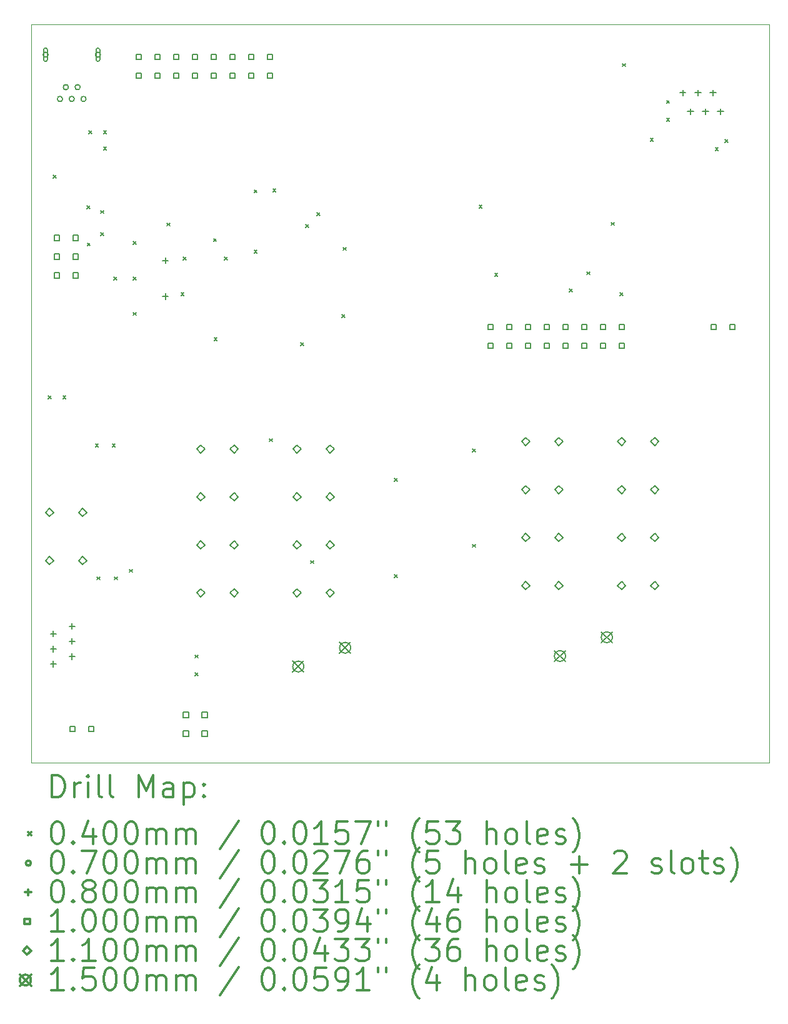
<source format=gbr>
%FSLAX45Y45*%
G04 Gerber Fmt 4.5, Leading zero omitted, Abs format (unit mm)*
G04 Created by KiCad (PCBNEW 5.1.10-1.fc34) date 2021-06-27 19:24:31*
%MOMM*%
%LPD*%
G01*
G04 APERTURE LIST*
%TA.AperFunction,Profile*%
%ADD10C,0.050000*%
%TD*%
%ADD11C,0.200000*%
%ADD12C,0.300000*%
G04 APERTURE END LIST*
D10*
X7000000Y-15500000D02*
X7000000Y-5500000D01*
X17000000Y-15500000D02*
X7000000Y-15500000D01*
X17000000Y-5500000D02*
X17000000Y-15500000D01*
X7000000Y-5500000D02*
X17000000Y-5500000D01*
D11*
X7230000Y-10530000D02*
X7270000Y-10570000D01*
X7270000Y-10530000D02*
X7230000Y-10570000D01*
X7300000Y-7540000D02*
X7340000Y-7580000D01*
X7340000Y-7540000D02*
X7300000Y-7580000D01*
X7430000Y-10530000D02*
X7470000Y-10570000D01*
X7470000Y-10530000D02*
X7430000Y-10570000D01*
X7756996Y-7956996D02*
X7796996Y-7996996D01*
X7796996Y-7956996D02*
X7756996Y-7996996D01*
X7760000Y-8460000D02*
X7800000Y-8500000D01*
X7800000Y-8460000D02*
X7760000Y-8500000D01*
X7780000Y-6940000D02*
X7820000Y-6980000D01*
X7820000Y-6940000D02*
X7780000Y-6980000D01*
X7870000Y-11180000D02*
X7910000Y-11220000D01*
X7910000Y-11180000D02*
X7870000Y-11220000D01*
X7890000Y-12980000D02*
X7930000Y-13020000D01*
X7930000Y-12980000D02*
X7890000Y-13020000D01*
X7940000Y-8020000D02*
X7980000Y-8060000D01*
X7980000Y-8020000D02*
X7940000Y-8060000D01*
X7940000Y-8320000D02*
X7980000Y-8360000D01*
X7980000Y-8320000D02*
X7940000Y-8360000D01*
X7980000Y-6940000D02*
X8020000Y-6980000D01*
X8020000Y-6940000D02*
X7980000Y-6980000D01*
X7980000Y-7160000D02*
X8020000Y-7200000D01*
X8020000Y-7160000D02*
X7980000Y-7200000D01*
X8099999Y-11180000D02*
X8139999Y-11220000D01*
X8139999Y-11180000D02*
X8099999Y-11220000D01*
X8120000Y-8920000D02*
X8160000Y-8960000D01*
X8160000Y-8920000D02*
X8120000Y-8960000D01*
X8130001Y-12980000D02*
X8170001Y-13020000D01*
X8170001Y-12980000D02*
X8130001Y-13020000D01*
X8329998Y-12880000D02*
X8369998Y-12920000D01*
X8369998Y-12880000D02*
X8329998Y-12920000D01*
X8380000Y-8440000D02*
X8420000Y-8480000D01*
X8420000Y-8440000D02*
X8380000Y-8480000D01*
X8380000Y-8920000D02*
X8420000Y-8960000D01*
X8420000Y-8920000D02*
X8380000Y-8960000D01*
X8380000Y-9400000D02*
X8420000Y-9440000D01*
X8420000Y-9400000D02*
X8380000Y-9440000D01*
X8840000Y-8190000D02*
X8880000Y-8230000D01*
X8880000Y-8190000D02*
X8840000Y-8230000D01*
X9030000Y-9130000D02*
X9070000Y-9170000D01*
X9070000Y-9130000D02*
X9030000Y-9170000D01*
X9060000Y-8650000D02*
X9100000Y-8690000D01*
X9100000Y-8650000D02*
X9060000Y-8690000D01*
X9220000Y-14040000D02*
X9260000Y-14080000D01*
X9260000Y-14040000D02*
X9220000Y-14080000D01*
X9220000Y-14280000D02*
X9260000Y-14320000D01*
X9260000Y-14280000D02*
X9220000Y-14320000D01*
X9470000Y-8400000D02*
X9510000Y-8440000D01*
X9510000Y-8400000D02*
X9470000Y-8440000D01*
X9480000Y-9740000D02*
X9520000Y-9780000D01*
X9520000Y-9740000D02*
X9480000Y-9780000D01*
X9620000Y-8650000D02*
X9660000Y-8690000D01*
X9660000Y-8650000D02*
X9620000Y-8690000D01*
X10020000Y-7740000D02*
X10060000Y-7780000D01*
X10060000Y-7740000D02*
X10020000Y-7780000D01*
X10020000Y-8560000D02*
X10060000Y-8600000D01*
X10060000Y-8560000D02*
X10020000Y-8600000D01*
X10230000Y-11110000D02*
X10270000Y-11150000D01*
X10270000Y-11110000D02*
X10230000Y-11150000D01*
X10275000Y-7725000D02*
X10315000Y-7765000D01*
X10315000Y-7725000D02*
X10275000Y-7765000D01*
X10650000Y-9810000D02*
X10690000Y-9850000D01*
X10690000Y-9810000D02*
X10650000Y-9850000D01*
X10720000Y-8210000D02*
X10760000Y-8250000D01*
X10760000Y-8210000D02*
X10720000Y-8250000D01*
X10790000Y-12760000D02*
X10830000Y-12800000D01*
X10830000Y-12760000D02*
X10790000Y-12800000D01*
X10870000Y-8050000D02*
X10910000Y-8090000D01*
X10910000Y-8050000D02*
X10870000Y-8090000D01*
X11210000Y-9430000D02*
X11250000Y-9470000D01*
X11250000Y-9430000D02*
X11210000Y-9470000D01*
X11229998Y-8520000D02*
X11269998Y-8560000D01*
X11269998Y-8520000D02*
X11229998Y-8560000D01*
X11920000Y-11650000D02*
X11960000Y-11690000D01*
X11960000Y-11650000D02*
X11920000Y-11690000D01*
X11920000Y-12950000D02*
X11960000Y-12990000D01*
X11960000Y-12950000D02*
X11920000Y-12990000D01*
X12980000Y-11250000D02*
X13020000Y-11290000D01*
X13020000Y-11250000D02*
X12980000Y-11290000D01*
X12980000Y-12540000D02*
X13020000Y-12580000D01*
X13020000Y-12540000D02*
X12980000Y-12580000D01*
X13070000Y-7950000D02*
X13110000Y-7990000D01*
X13110000Y-7950000D02*
X13070000Y-7990000D01*
X13280000Y-8870000D02*
X13320000Y-8910000D01*
X13320000Y-8870000D02*
X13280000Y-8910000D01*
X14295000Y-9085000D02*
X14335000Y-9125000D01*
X14335000Y-9085000D02*
X14295000Y-9125000D01*
X14530000Y-8850000D02*
X14570000Y-8890000D01*
X14570000Y-8850000D02*
X14530000Y-8890000D01*
X14860000Y-8180000D02*
X14900000Y-8220000D01*
X14900000Y-8180000D02*
X14860000Y-8220000D01*
X14980000Y-9130000D02*
X15020000Y-9170000D01*
X15020000Y-9130000D02*
X14980000Y-9170000D01*
X15010000Y-6030000D02*
X15050000Y-6070000D01*
X15050000Y-6030000D02*
X15010000Y-6070000D01*
X15390000Y-7040000D02*
X15430000Y-7080000D01*
X15430000Y-7040000D02*
X15390000Y-7080000D01*
X15610000Y-6530000D02*
X15650000Y-6570000D01*
X15650000Y-6530000D02*
X15610000Y-6570000D01*
X15610000Y-6770000D02*
X15650000Y-6810000D01*
X15650000Y-6770000D02*
X15610000Y-6810000D01*
X16270000Y-7170000D02*
X16310000Y-7210000D01*
X16310000Y-7170000D02*
X16270000Y-7210000D01*
X16400000Y-7060000D02*
X16440000Y-7100000D01*
X16440000Y-7060000D02*
X16400000Y-7100000D01*
X7230000Y-5910000D02*
G75*
G03*
X7230000Y-5910000I-35000J0D01*
G01*
X7170000Y-5845000D02*
X7170000Y-5975000D01*
X7220000Y-5845000D02*
X7220000Y-5975000D01*
X7170000Y-5975000D02*
G75*
G03*
X7220000Y-5975000I25000J0D01*
G01*
X7220000Y-5845000D02*
G75*
G03*
X7170000Y-5845000I-25000J0D01*
G01*
X7425000Y-6510000D02*
G75*
G03*
X7425000Y-6510000I-35000J0D01*
G01*
X7505000Y-6350000D02*
G75*
G03*
X7505000Y-6350000I-35000J0D01*
G01*
X7585000Y-6510000D02*
G75*
G03*
X7585000Y-6510000I-35000J0D01*
G01*
X7665000Y-6350000D02*
G75*
G03*
X7665000Y-6350000I-35000J0D01*
G01*
X7745000Y-6510000D02*
G75*
G03*
X7745000Y-6510000I-35000J0D01*
G01*
X7940000Y-5910000D02*
G75*
G03*
X7940000Y-5910000I-35000J0D01*
G01*
X7880000Y-5845000D02*
X7880000Y-5975000D01*
X7930000Y-5845000D02*
X7930000Y-5975000D01*
X7880000Y-5975000D02*
G75*
G03*
X7930000Y-5975000I25000J0D01*
G01*
X7930000Y-5845000D02*
G75*
G03*
X7880000Y-5845000I-25000J0D01*
G01*
X7300000Y-13712000D02*
X7300000Y-13792000D01*
X7260000Y-13752000D02*
X7340000Y-13752000D01*
X7300000Y-13916000D02*
X7300000Y-13996000D01*
X7260000Y-13956000D02*
X7340000Y-13956000D01*
X7300000Y-14120000D02*
X7300000Y-14200000D01*
X7260000Y-14160000D02*
X7340000Y-14160000D01*
X7554000Y-13610000D02*
X7554000Y-13690000D01*
X7514000Y-13650000D02*
X7594000Y-13650000D01*
X7554000Y-13814000D02*
X7554000Y-13894000D01*
X7514000Y-13854000D02*
X7594000Y-13854000D01*
X7554000Y-14018000D02*
X7554000Y-14098000D01*
X7514000Y-14058000D02*
X7594000Y-14058000D01*
X8819000Y-8656000D02*
X8819000Y-8736000D01*
X8779000Y-8696000D02*
X8859000Y-8696000D01*
X8819000Y-9144000D02*
X8819000Y-9224000D01*
X8779000Y-9184000D02*
X8859000Y-9184000D01*
X15830000Y-6386000D02*
X15830000Y-6466000D01*
X15790000Y-6426000D02*
X15870000Y-6426000D01*
X15932000Y-6640000D02*
X15932000Y-6720000D01*
X15892000Y-6680000D02*
X15972000Y-6680000D01*
X16034000Y-6386000D02*
X16034000Y-6466000D01*
X15994000Y-6426000D02*
X16074000Y-6426000D01*
X16136000Y-6640000D02*
X16136000Y-6720000D01*
X16096000Y-6680000D02*
X16176000Y-6680000D01*
X16238000Y-6386000D02*
X16238000Y-6466000D01*
X16198000Y-6426000D02*
X16278000Y-6426000D01*
X16340000Y-6640000D02*
X16340000Y-6720000D01*
X16300000Y-6680000D02*
X16380000Y-6680000D01*
X7381356Y-8427356D02*
X7381356Y-8356644D01*
X7310644Y-8356644D01*
X7310644Y-8427356D01*
X7381356Y-8427356D01*
X7381356Y-8681356D02*
X7381356Y-8610644D01*
X7310644Y-8610644D01*
X7310644Y-8681356D01*
X7381356Y-8681356D01*
X7381356Y-8935356D02*
X7381356Y-8864644D01*
X7310644Y-8864644D01*
X7310644Y-8935356D01*
X7381356Y-8935356D01*
X7595356Y-15075356D02*
X7595356Y-15004644D01*
X7524644Y-15004644D01*
X7524644Y-15075356D01*
X7595356Y-15075356D01*
X7635356Y-8427356D02*
X7635356Y-8356644D01*
X7564644Y-8356644D01*
X7564644Y-8427356D01*
X7635356Y-8427356D01*
X7635356Y-8681356D02*
X7635356Y-8610644D01*
X7564644Y-8610644D01*
X7564644Y-8681356D01*
X7635356Y-8681356D01*
X7635356Y-8935356D02*
X7635356Y-8864644D01*
X7564644Y-8864644D01*
X7564644Y-8935356D01*
X7635356Y-8935356D01*
X7849356Y-15075356D02*
X7849356Y-15004644D01*
X7778644Y-15004644D01*
X7778644Y-15075356D01*
X7849356Y-15075356D01*
X8495356Y-5975356D02*
X8495356Y-5904644D01*
X8424644Y-5904644D01*
X8424644Y-5975356D01*
X8495356Y-5975356D01*
X8495356Y-6229356D02*
X8495356Y-6158644D01*
X8424644Y-6158644D01*
X8424644Y-6229356D01*
X8495356Y-6229356D01*
X8749356Y-5975356D02*
X8749356Y-5904644D01*
X8678644Y-5904644D01*
X8678644Y-5975356D01*
X8749356Y-5975356D01*
X8749356Y-6229356D02*
X8749356Y-6158644D01*
X8678644Y-6158644D01*
X8678644Y-6229356D01*
X8749356Y-6229356D01*
X9003356Y-5975356D02*
X9003356Y-5904644D01*
X8932644Y-5904644D01*
X8932644Y-5975356D01*
X9003356Y-5975356D01*
X9003356Y-6229356D02*
X9003356Y-6158644D01*
X8932644Y-6158644D01*
X8932644Y-6229356D01*
X9003356Y-6229356D01*
X9131356Y-14885356D02*
X9131356Y-14814644D01*
X9060644Y-14814644D01*
X9060644Y-14885356D01*
X9131356Y-14885356D01*
X9131356Y-15139356D02*
X9131356Y-15068644D01*
X9060644Y-15068644D01*
X9060644Y-15139356D01*
X9131356Y-15139356D01*
X9257356Y-5975356D02*
X9257356Y-5904644D01*
X9186644Y-5904644D01*
X9186644Y-5975356D01*
X9257356Y-5975356D01*
X9257356Y-6229356D02*
X9257356Y-6158644D01*
X9186644Y-6158644D01*
X9186644Y-6229356D01*
X9257356Y-6229356D01*
X9385356Y-14885356D02*
X9385356Y-14814644D01*
X9314644Y-14814644D01*
X9314644Y-14885356D01*
X9385356Y-14885356D01*
X9385356Y-15139356D02*
X9385356Y-15068644D01*
X9314644Y-15068644D01*
X9314644Y-15139356D01*
X9385356Y-15139356D01*
X9511356Y-5975356D02*
X9511356Y-5904644D01*
X9440644Y-5904644D01*
X9440644Y-5975356D01*
X9511356Y-5975356D01*
X9511356Y-6229356D02*
X9511356Y-6158644D01*
X9440644Y-6158644D01*
X9440644Y-6229356D01*
X9511356Y-6229356D01*
X9765356Y-5975356D02*
X9765356Y-5904644D01*
X9694644Y-5904644D01*
X9694644Y-5975356D01*
X9765356Y-5975356D01*
X9765356Y-6229356D02*
X9765356Y-6158644D01*
X9694644Y-6158644D01*
X9694644Y-6229356D01*
X9765356Y-6229356D01*
X10019356Y-5975356D02*
X10019356Y-5904644D01*
X9948644Y-5904644D01*
X9948644Y-5975356D01*
X10019356Y-5975356D01*
X10019356Y-6229356D02*
X10019356Y-6158644D01*
X9948644Y-6158644D01*
X9948644Y-6229356D01*
X10019356Y-6229356D01*
X10273356Y-5975356D02*
X10273356Y-5904644D01*
X10202644Y-5904644D01*
X10202644Y-5975356D01*
X10273356Y-5975356D01*
X10273356Y-6229356D02*
X10273356Y-6158644D01*
X10202644Y-6158644D01*
X10202644Y-6229356D01*
X10273356Y-6229356D01*
X13257356Y-9631356D02*
X13257356Y-9560644D01*
X13186644Y-9560644D01*
X13186644Y-9631356D01*
X13257356Y-9631356D01*
X13257356Y-9885356D02*
X13257356Y-9814644D01*
X13186644Y-9814644D01*
X13186644Y-9885356D01*
X13257356Y-9885356D01*
X13511356Y-9631356D02*
X13511356Y-9560644D01*
X13440644Y-9560644D01*
X13440644Y-9631356D01*
X13511356Y-9631356D01*
X13511356Y-9885356D02*
X13511356Y-9814644D01*
X13440644Y-9814644D01*
X13440644Y-9885356D01*
X13511356Y-9885356D01*
X13765356Y-9631356D02*
X13765356Y-9560644D01*
X13694644Y-9560644D01*
X13694644Y-9631356D01*
X13765356Y-9631356D01*
X13765356Y-9885356D02*
X13765356Y-9814644D01*
X13694644Y-9814644D01*
X13694644Y-9885356D01*
X13765356Y-9885356D01*
X14019356Y-9631356D02*
X14019356Y-9560644D01*
X13948644Y-9560644D01*
X13948644Y-9631356D01*
X14019356Y-9631356D01*
X14019356Y-9885356D02*
X14019356Y-9814644D01*
X13948644Y-9814644D01*
X13948644Y-9885356D01*
X14019356Y-9885356D01*
X14273356Y-9631356D02*
X14273356Y-9560644D01*
X14202644Y-9560644D01*
X14202644Y-9631356D01*
X14273356Y-9631356D01*
X14273356Y-9885356D02*
X14273356Y-9814644D01*
X14202644Y-9814644D01*
X14202644Y-9885356D01*
X14273356Y-9885356D01*
X14527356Y-9631356D02*
X14527356Y-9560644D01*
X14456644Y-9560644D01*
X14456644Y-9631356D01*
X14527356Y-9631356D01*
X14527356Y-9885356D02*
X14527356Y-9814644D01*
X14456644Y-9814644D01*
X14456644Y-9885356D01*
X14527356Y-9885356D01*
X14781356Y-9631356D02*
X14781356Y-9560644D01*
X14710644Y-9560644D01*
X14710644Y-9631356D01*
X14781356Y-9631356D01*
X14781356Y-9885356D02*
X14781356Y-9814644D01*
X14710644Y-9814644D01*
X14710644Y-9885356D01*
X14781356Y-9885356D01*
X15035356Y-9631356D02*
X15035356Y-9560644D01*
X14964644Y-9560644D01*
X14964644Y-9631356D01*
X15035356Y-9631356D01*
X15035356Y-9885356D02*
X15035356Y-9814644D01*
X14964644Y-9814644D01*
X14964644Y-9885356D01*
X15035356Y-9885356D01*
X16281356Y-9635356D02*
X16281356Y-9564644D01*
X16210644Y-9564644D01*
X16210644Y-9635356D01*
X16281356Y-9635356D01*
X16535356Y-9635356D02*
X16535356Y-9564644D01*
X16464644Y-9564644D01*
X16464644Y-9635356D01*
X16535356Y-9635356D01*
X7250000Y-12165000D02*
X7305000Y-12110000D01*
X7250000Y-12055000D01*
X7195000Y-12110000D01*
X7250000Y-12165000D01*
X7250000Y-12815000D02*
X7305000Y-12760000D01*
X7250000Y-12705000D01*
X7195000Y-12760000D01*
X7250000Y-12815000D01*
X7700000Y-12165000D02*
X7755000Y-12110000D01*
X7700000Y-12055000D01*
X7645000Y-12110000D01*
X7700000Y-12165000D01*
X7700000Y-12815000D02*
X7755000Y-12760000D01*
X7700000Y-12705000D01*
X7645000Y-12760000D01*
X7700000Y-12815000D01*
X9300000Y-11305000D02*
X9355000Y-11250000D01*
X9300000Y-11195000D01*
X9245000Y-11250000D01*
X9300000Y-11305000D01*
X9300000Y-11955000D02*
X9355000Y-11900000D01*
X9300000Y-11845000D01*
X9245000Y-11900000D01*
X9300000Y-11955000D01*
X9300000Y-12605000D02*
X9355000Y-12550000D01*
X9300000Y-12495000D01*
X9245000Y-12550000D01*
X9300000Y-12605000D01*
X9300000Y-13255000D02*
X9355000Y-13200000D01*
X9300000Y-13145000D01*
X9245000Y-13200000D01*
X9300000Y-13255000D01*
X9750000Y-11305000D02*
X9805000Y-11250000D01*
X9750000Y-11195000D01*
X9695000Y-11250000D01*
X9750000Y-11305000D01*
X9750000Y-11955000D02*
X9805000Y-11900000D01*
X9750000Y-11845000D01*
X9695000Y-11900000D01*
X9750000Y-11955000D01*
X9750000Y-12605000D02*
X9805000Y-12550000D01*
X9750000Y-12495000D01*
X9695000Y-12550000D01*
X9750000Y-12605000D01*
X9750000Y-13255000D02*
X9805000Y-13200000D01*
X9750000Y-13145000D01*
X9695000Y-13200000D01*
X9750000Y-13255000D01*
X10600000Y-11305000D02*
X10655000Y-11250000D01*
X10600000Y-11195000D01*
X10545000Y-11250000D01*
X10600000Y-11305000D01*
X10600000Y-11955000D02*
X10655000Y-11900000D01*
X10600000Y-11845000D01*
X10545000Y-11900000D01*
X10600000Y-11955000D01*
X10600000Y-12605000D02*
X10655000Y-12550000D01*
X10600000Y-12495000D01*
X10545000Y-12550000D01*
X10600000Y-12605000D01*
X10600000Y-13255000D02*
X10655000Y-13200000D01*
X10600000Y-13145000D01*
X10545000Y-13200000D01*
X10600000Y-13255000D01*
X11050000Y-11305000D02*
X11105000Y-11250000D01*
X11050000Y-11195000D01*
X10995000Y-11250000D01*
X11050000Y-11305000D01*
X11050000Y-11955000D02*
X11105000Y-11900000D01*
X11050000Y-11845000D01*
X10995000Y-11900000D01*
X11050000Y-11955000D01*
X11050000Y-12605000D02*
X11105000Y-12550000D01*
X11050000Y-12495000D01*
X10995000Y-12550000D01*
X11050000Y-12605000D01*
X11050000Y-13255000D02*
X11105000Y-13200000D01*
X11050000Y-13145000D01*
X10995000Y-13200000D01*
X11050000Y-13255000D01*
X13700000Y-11205000D02*
X13755000Y-11150000D01*
X13700000Y-11095000D01*
X13645000Y-11150000D01*
X13700000Y-11205000D01*
X13700000Y-11855000D02*
X13755000Y-11800000D01*
X13700000Y-11745000D01*
X13645000Y-11800000D01*
X13700000Y-11855000D01*
X13700000Y-12505000D02*
X13755000Y-12450000D01*
X13700000Y-12395000D01*
X13645000Y-12450000D01*
X13700000Y-12505000D01*
X13700000Y-13155000D02*
X13755000Y-13100000D01*
X13700000Y-13045000D01*
X13645000Y-13100000D01*
X13700000Y-13155000D01*
X14150000Y-11205000D02*
X14205000Y-11150000D01*
X14150000Y-11095000D01*
X14095000Y-11150000D01*
X14150000Y-11205000D01*
X14150000Y-11855000D02*
X14205000Y-11800000D01*
X14150000Y-11745000D01*
X14095000Y-11800000D01*
X14150000Y-11855000D01*
X14150000Y-12505000D02*
X14205000Y-12450000D01*
X14150000Y-12395000D01*
X14095000Y-12450000D01*
X14150000Y-12505000D01*
X14150000Y-13155000D02*
X14205000Y-13100000D01*
X14150000Y-13045000D01*
X14095000Y-13100000D01*
X14150000Y-13155000D01*
X15000000Y-11205000D02*
X15055000Y-11150000D01*
X15000000Y-11095000D01*
X14945000Y-11150000D01*
X15000000Y-11205000D01*
X15000000Y-11855000D02*
X15055000Y-11800000D01*
X15000000Y-11745000D01*
X14945000Y-11800000D01*
X15000000Y-11855000D01*
X15000000Y-12505000D02*
X15055000Y-12450000D01*
X15000000Y-12395000D01*
X14945000Y-12450000D01*
X15000000Y-12505000D01*
X15000000Y-13155000D02*
X15055000Y-13100000D01*
X15000000Y-13045000D01*
X14945000Y-13100000D01*
X15000000Y-13155000D01*
X15450000Y-11205000D02*
X15505000Y-11150000D01*
X15450000Y-11095000D01*
X15395000Y-11150000D01*
X15450000Y-11205000D01*
X15450000Y-11855000D02*
X15505000Y-11800000D01*
X15450000Y-11745000D01*
X15395000Y-11800000D01*
X15450000Y-11855000D01*
X15450000Y-12505000D02*
X15505000Y-12450000D01*
X15450000Y-12395000D01*
X15395000Y-12450000D01*
X15450000Y-12505000D01*
X15450000Y-13155000D02*
X15505000Y-13100000D01*
X15450000Y-13045000D01*
X15395000Y-13100000D01*
X15450000Y-13155000D01*
X10544000Y-14121000D02*
X10694000Y-14271000D01*
X10694000Y-14121000D02*
X10544000Y-14271000D01*
X10694000Y-14196000D02*
G75*
G03*
X10694000Y-14196000I-75000J0D01*
G01*
X11179000Y-13867000D02*
X11329000Y-14017000D01*
X11329000Y-13867000D02*
X11179000Y-14017000D01*
X11329000Y-13942000D02*
G75*
G03*
X11329000Y-13942000I-75000J0D01*
G01*
X14090000Y-13979000D02*
X14240000Y-14129000D01*
X14240000Y-13979000D02*
X14090000Y-14129000D01*
X14240000Y-14054000D02*
G75*
G03*
X14240000Y-14054000I-75000J0D01*
G01*
X14725000Y-13725000D02*
X14875000Y-13875000D01*
X14875000Y-13725000D02*
X14725000Y-13875000D01*
X14875000Y-13800000D02*
G75*
G03*
X14875000Y-13800000I-75000J0D01*
G01*
D12*
X7283928Y-15968214D02*
X7283928Y-15668214D01*
X7355357Y-15668214D01*
X7398214Y-15682500D01*
X7426786Y-15711071D01*
X7441071Y-15739643D01*
X7455357Y-15796786D01*
X7455357Y-15839643D01*
X7441071Y-15896786D01*
X7426786Y-15925357D01*
X7398214Y-15953929D01*
X7355357Y-15968214D01*
X7283928Y-15968214D01*
X7583928Y-15968214D02*
X7583928Y-15768214D01*
X7583928Y-15825357D02*
X7598214Y-15796786D01*
X7612500Y-15782500D01*
X7641071Y-15768214D01*
X7669643Y-15768214D01*
X7769643Y-15968214D02*
X7769643Y-15768214D01*
X7769643Y-15668214D02*
X7755357Y-15682500D01*
X7769643Y-15696786D01*
X7783928Y-15682500D01*
X7769643Y-15668214D01*
X7769643Y-15696786D01*
X7955357Y-15968214D02*
X7926786Y-15953929D01*
X7912500Y-15925357D01*
X7912500Y-15668214D01*
X8112500Y-15968214D02*
X8083928Y-15953929D01*
X8069643Y-15925357D01*
X8069643Y-15668214D01*
X8455357Y-15968214D02*
X8455357Y-15668214D01*
X8555357Y-15882500D01*
X8655357Y-15668214D01*
X8655357Y-15968214D01*
X8926786Y-15968214D02*
X8926786Y-15811071D01*
X8912500Y-15782500D01*
X8883928Y-15768214D01*
X8826786Y-15768214D01*
X8798214Y-15782500D01*
X8926786Y-15953929D02*
X8898214Y-15968214D01*
X8826786Y-15968214D01*
X8798214Y-15953929D01*
X8783928Y-15925357D01*
X8783928Y-15896786D01*
X8798214Y-15868214D01*
X8826786Y-15853929D01*
X8898214Y-15853929D01*
X8926786Y-15839643D01*
X9069643Y-15768214D02*
X9069643Y-16068214D01*
X9069643Y-15782500D02*
X9098214Y-15768214D01*
X9155357Y-15768214D01*
X9183928Y-15782500D01*
X9198214Y-15796786D01*
X9212500Y-15825357D01*
X9212500Y-15911071D01*
X9198214Y-15939643D01*
X9183928Y-15953929D01*
X9155357Y-15968214D01*
X9098214Y-15968214D01*
X9069643Y-15953929D01*
X9341071Y-15939643D02*
X9355357Y-15953929D01*
X9341071Y-15968214D01*
X9326786Y-15953929D01*
X9341071Y-15939643D01*
X9341071Y-15968214D01*
X9341071Y-15782500D02*
X9355357Y-15796786D01*
X9341071Y-15811071D01*
X9326786Y-15796786D01*
X9341071Y-15782500D01*
X9341071Y-15811071D01*
X6957500Y-16442500D02*
X6997500Y-16482500D01*
X6997500Y-16442500D02*
X6957500Y-16482500D01*
X7341071Y-16298214D02*
X7369643Y-16298214D01*
X7398214Y-16312500D01*
X7412500Y-16326786D01*
X7426786Y-16355357D01*
X7441071Y-16412500D01*
X7441071Y-16483929D01*
X7426786Y-16541071D01*
X7412500Y-16569643D01*
X7398214Y-16583929D01*
X7369643Y-16598214D01*
X7341071Y-16598214D01*
X7312500Y-16583929D01*
X7298214Y-16569643D01*
X7283928Y-16541071D01*
X7269643Y-16483929D01*
X7269643Y-16412500D01*
X7283928Y-16355357D01*
X7298214Y-16326786D01*
X7312500Y-16312500D01*
X7341071Y-16298214D01*
X7569643Y-16569643D02*
X7583928Y-16583929D01*
X7569643Y-16598214D01*
X7555357Y-16583929D01*
X7569643Y-16569643D01*
X7569643Y-16598214D01*
X7841071Y-16398214D02*
X7841071Y-16598214D01*
X7769643Y-16283929D02*
X7698214Y-16498214D01*
X7883928Y-16498214D01*
X8055357Y-16298214D02*
X8083928Y-16298214D01*
X8112500Y-16312500D01*
X8126786Y-16326786D01*
X8141071Y-16355357D01*
X8155357Y-16412500D01*
X8155357Y-16483929D01*
X8141071Y-16541071D01*
X8126786Y-16569643D01*
X8112500Y-16583929D01*
X8083928Y-16598214D01*
X8055357Y-16598214D01*
X8026786Y-16583929D01*
X8012500Y-16569643D01*
X7998214Y-16541071D01*
X7983928Y-16483929D01*
X7983928Y-16412500D01*
X7998214Y-16355357D01*
X8012500Y-16326786D01*
X8026786Y-16312500D01*
X8055357Y-16298214D01*
X8341071Y-16298214D02*
X8369643Y-16298214D01*
X8398214Y-16312500D01*
X8412500Y-16326786D01*
X8426786Y-16355357D01*
X8441071Y-16412500D01*
X8441071Y-16483929D01*
X8426786Y-16541071D01*
X8412500Y-16569643D01*
X8398214Y-16583929D01*
X8369643Y-16598214D01*
X8341071Y-16598214D01*
X8312500Y-16583929D01*
X8298214Y-16569643D01*
X8283928Y-16541071D01*
X8269643Y-16483929D01*
X8269643Y-16412500D01*
X8283928Y-16355357D01*
X8298214Y-16326786D01*
X8312500Y-16312500D01*
X8341071Y-16298214D01*
X8569643Y-16598214D02*
X8569643Y-16398214D01*
X8569643Y-16426786D02*
X8583928Y-16412500D01*
X8612500Y-16398214D01*
X8655357Y-16398214D01*
X8683928Y-16412500D01*
X8698214Y-16441071D01*
X8698214Y-16598214D01*
X8698214Y-16441071D02*
X8712500Y-16412500D01*
X8741071Y-16398214D01*
X8783928Y-16398214D01*
X8812500Y-16412500D01*
X8826786Y-16441071D01*
X8826786Y-16598214D01*
X8969643Y-16598214D02*
X8969643Y-16398214D01*
X8969643Y-16426786D02*
X8983928Y-16412500D01*
X9012500Y-16398214D01*
X9055357Y-16398214D01*
X9083928Y-16412500D01*
X9098214Y-16441071D01*
X9098214Y-16598214D01*
X9098214Y-16441071D02*
X9112500Y-16412500D01*
X9141071Y-16398214D01*
X9183928Y-16398214D01*
X9212500Y-16412500D01*
X9226786Y-16441071D01*
X9226786Y-16598214D01*
X9812500Y-16283929D02*
X9555357Y-16669643D01*
X10198214Y-16298214D02*
X10226786Y-16298214D01*
X10255357Y-16312500D01*
X10269643Y-16326786D01*
X10283928Y-16355357D01*
X10298214Y-16412500D01*
X10298214Y-16483929D01*
X10283928Y-16541071D01*
X10269643Y-16569643D01*
X10255357Y-16583929D01*
X10226786Y-16598214D01*
X10198214Y-16598214D01*
X10169643Y-16583929D01*
X10155357Y-16569643D01*
X10141071Y-16541071D01*
X10126786Y-16483929D01*
X10126786Y-16412500D01*
X10141071Y-16355357D01*
X10155357Y-16326786D01*
X10169643Y-16312500D01*
X10198214Y-16298214D01*
X10426786Y-16569643D02*
X10441071Y-16583929D01*
X10426786Y-16598214D01*
X10412500Y-16583929D01*
X10426786Y-16569643D01*
X10426786Y-16598214D01*
X10626786Y-16298214D02*
X10655357Y-16298214D01*
X10683928Y-16312500D01*
X10698214Y-16326786D01*
X10712500Y-16355357D01*
X10726786Y-16412500D01*
X10726786Y-16483929D01*
X10712500Y-16541071D01*
X10698214Y-16569643D01*
X10683928Y-16583929D01*
X10655357Y-16598214D01*
X10626786Y-16598214D01*
X10598214Y-16583929D01*
X10583928Y-16569643D01*
X10569643Y-16541071D01*
X10555357Y-16483929D01*
X10555357Y-16412500D01*
X10569643Y-16355357D01*
X10583928Y-16326786D01*
X10598214Y-16312500D01*
X10626786Y-16298214D01*
X11012500Y-16598214D02*
X10841071Y-16598214D01*
X10926786Y-16598214D02*
X10926786Y-16298214D01*
X10898214Y-16341071D01*
X10869643Y-16369643D01*
X10841071Y-16383929D01*
X11283928Y-16298214D02*
X11141071Y-16298214D01*
X11126786Y-16441071D01*
X11141071Y-16426786D01*
X11169643Y-16412500D01*
X11241071Y-16412500D01*
X11269643Y-16426786D01*
X11283928Y-16441071D01*
X11298214Y-16469643D01*
X11298214Y-16541071D01*
X11283928Y-16569643D01*
X11269643Y-16583929D01*
X11241071Y-16598214D01*
X11169643Y-16598214D01*
X11141071Y-16583929D01*
X11126786Y-16569643D01*
X11398214Y-16298214D02*
X11598214Y-16298214D01*
X11469643Y-16598214D01*
X11698214Y-16298214D02*
X11698214Y-16355357D01*
X11812500Y-16298214D02*
X11812500Y-16355357D01*
X12255357Y-16712500D02*
X12241071Y-16698214D01*
X12212500Y-16655357D01*
X12198214Y-16626786D01*
X12183928Y-16583929D01*
X12169643Y-16512500D01*
X12169643Y-16455357D01*
X12183928Y-16383929D01*
X12198214Y-16341071D01*
X12212500Y-16312500D01*
X12241071Y-16269643D01*
X12255357Y-16255357D01*
X12512500Y-16298214D02*
X12369643Y-16298214D01*
X12355357Y-16441071D01*
X12369643Y-16426786D01*
X12398214Y-16412500D01*
X12469643Y-16412500D01*
X12498214Y-16426786D01*
X12512500Y-16441071D01*
X12526786Y-16469643D01*
X12526786Y-16541071D01*
X12512500Y-16569643D01*
X12498214Y-16583929D01*
X12469643Y-16598214D01*
X12398214Y-16598214D01*
X12369643Y-16583929D01*
X12355357Y-16569643D01*
X12626786Y-16298214D02*
X12812500Y-16298214D01*
X12712500Y-16412500D01*
X12755357Y-16412500D01*
X12783928Y-16426786D01*
X12798214Y-16441071D01*
X12812500Y-16469643D01*
X12812500Y-16541071D01*
X12798214Y-16569643D01*
X12783928Y-16583929D01*
X12755357Y-16598214D01*
X12669643Y-16598214D01*
X12641071Y-16583929D01*
X12626786Y-16569643D01*
X13169643Y-16598214D02*
X13169643Y-16298214D01*
X13298214Y-16598214D02*
X13298214Y-16441071D01*
X13283928Y-16412500D01*
X13255357Y-16398214D01*
X13212500Y-16398214D01*
X13183928Y-16412500D01*
X13169643Y-16426786D01*
X13483928Y-16598214D02*
X13455357Y-16583929D01*
X13441071Y-16569643D01*
X13426786Y-16541071D01*
X13426786Y-16455357D01*
X13441071Y-16426786D01*
X13455357Y-16412500D01*
X13483928Y-16398214D01*
X13526786Y-16398214D01*
X13555357Y-16412500D01*
X13569643Y-16426786D01*
X13583928Y-16455357D01*
X13583928Y-16541071D01*
X13569643Y-16569643D01*
X13555357Y-16583929D01*
X13526786Y-16598214D01*
X13483928Y-16598214D01*
X13755357Y-16598214D02*
X13726786Y-16583929D01*
X13712500Y-16555357D01*
X13712500Y-16298214D01*
X13983928Y-16583929D02*
X13955357Y-16598214D01*
X13898214Y-16598214D01*
X13869643Y-16583929D01*
X13855357Y-16555357D01*
X13855357Y-16441071D01*
X13869643Y-16412500D01*
X13898214Y-16398214D01*
X13955357Y-16398214D01*
X13983928Y-16412500D01*
X13998214Y-16441071D01*
X13998214Y-16469643D01*
X13855357Y-16498214D01*
X14112500Y-16583929D02*
X14141071Y-16598214D01*
X14198214Y-16598214D01*
X14226786Y-16583929D01*
X14241071Y-16555357D01*
X14241071Y-16541071D01*
X14226786Y-16512500D01*
X14198214Y-16498214D01*
X14155357Y-16498214D01*
X14126786Y-16483929D01*
X14112500Y-16455357D01*
X14112500Y-16441071D01*
X14126786Y-16412500D01*
X14155357Y-16398214D01*
X14198214Y-16398214D01*
X14226786Y-16412500D01*
X14341071Y-16712500D02*
X14355357Y-16698214D01*
X14383928Y-16655357D01*
X14398214Y-16626786D01*
X14412500Y-16583929D01*
X14426786Y-16512500D01*
X14426786Y-16455357D01*
X14412500Y-16383929D01*
X14398214Y-16341071D01*
X14383928Y-16312500D01*
X14355357Y-16269643D01*
X14341071Y-16255357D01*
X6997500Y-16858500D02*
G75*
G03*
X6997500Y-16858500I-35000J0D01*
G01*
X7341071Y-16694214D02*
X7369643Y-16694214D01*
X7398214Y-16708500D01*
X7412500Y-16722786D01*
X7426786Y-16751357D01*
X7441071Y-16808500D01*
X7441071Y-16879929D01*
X7426786Y-16937072D01*
X7412500Y-16965643D01*
X7398214Y-16979929D01*
X7369643Y-16994214D01*
X7341071Y-16994214D01*
X7312500Y-16979929D01*
X7298214Y-16965643D01*
X7283928Y-16937072D01*
X7269643Y-16879929D01*
X7269643Y-16808500D01*
X7283928Y-16751357D01*
X7298214Y-16722786D01*
X7312500Y-16708500D01*
X7341071Y-16694214D01*
X7569643Y-16965643D02*
X7583928Y-16979929D01*
X7569643Y-16994214D01*
X7555357Y-16979929D01*
X7569643Y-16965643D01*
X7569643Y-16994214D01*
X7683928Y-16694214D02*
X7883928Y-16694214D01*
X7755357Y-16994214D01*
X8055357Y-16694214D02*
X8083928Y-16694214D01*
X8112500Y-16708500D01*
X8126786Y-16722786D01*
X8141071Y-16751357D01*
X8155357Y-16808500D01*
X8155357Y-16879929D01*
X8141071Y-16937072D01*
X8126786Y-16965643D01*
X8112500Y-16979929D01*
X8083928Y-16994214D01*
X8055357Y-16994214D01*
X8026786Y-16979929D01*
X8012500Y-16965643D01*
X7998214Y-16937072D01*
X7983928Y-16879929D01*
X7983928Y-16808500D01*
X7998214Y-16751357D01*
X8012500Y-16722786D01*
X8026786Y-16708500D01*
X8055357Y-16694214D01*
X8341071Y-16694214D02*
X8369643Y-16694214D01*
X8398214Y-16708500D01*
X8412500Y-16722786D01*
X8426786Y-16751357D01*
X8441071Y-16808500D01*
X8441071Y-16879929D01*
X8426786Y-16937072D01*
X8412500Y-16965643D01*
X8398214Y-16979929D01*
X8369643Y-16994214D01*
X8341071Y-16994214D01*
X8312500Y-16979929D01*
X8298214Y-16965643D01*
X8283928Y-16937072D01*
X8269643Y-16879929D01*
X8269643Y-16808500D01*
X8283928Y-16751357D01*
X8298214Y-16722786D01*
X8312500Y-16708500D01*
X8341071Y-16694214D01*
X8569643Y-16994214D02*
X8569643Y-16794214D01*
X8569643Y-16822786D02*
X8583928Y-16808500D01*
X8612500Y-16794214D01*
X8655357Y-16794214D01*
X8683928Y-16808500D01*
X8698214Y-16837072D01*
X8698214Y-16994214D01*
X8698214Y-16837072D02*
X8712500Y-16808500D01*
X8741071Y-16794214D01*
X8783928Y-16794214D01*
X8812500Y-16808500D01*
X8826786Y-16837072D01*
X8826786Y-16994214D01*
X8969643Y-16994214D02*
X8969643Y-16794214D01*
X8969643Y-16822786D02*
X8983928Y-16808500D01*
X9012500Y-16794214D01*
X9055357Y-16794214D01*
X9083928Y-16808500D01*
X9098214Y-16837072D01*
X9098214Y-16994214D01*
X9098214Y-16837072D02*
X9112500Y-16808500D01*
X9141071Y-16794214D01*
X9183928Y-16794214D01*
X9212500Y-16808500D01*
X9226786Y-16837072D01*
X9226786Y-16994214D01*
X9812500Y-16679929D02*
X9555357Y-17065643D01*
X10198214Y-16694214D02*
X10226786Y-16694214D01*
X10255357Y-16708500D01*
X10269643Y-16722786D01*
X10283928Y-16751357D01*
X10298214Y-16808500D01*
X10298214Y-16879929D01*
X10283928Y-16937072D01*
X10269643Y-16965643D01*
X10255357Y-16979929D01*
X10226786Y-16994214D01*
X10198214Y-16994214D01*
X10169643Y-16979929D01*
X10155357Y-16965643D01*
X10141071Y-16937072D01*
X10126786Y-16879929D01*
X10126786Y-16808500D01*
X10141071Y-16751357D01*
X10155357Y-16722786D01*
X10169643Y-16708500D01*
X10198214Y-16694214D01*
X10426786Y-16965643D02*
X10441071Y-16979929D01*
X10426786Y-16994214D01*
X10412500Y-16979929D01*
X10426786Y-16965643D01*
X10426786Y-16994214D01*
X10626786Y-16694214D02*
X10655357Y-16694214D01*
X10683928Y-16708500D01*
X10698214Y-16722786D01*
X10712500Y-16751357D01*
X10726786Y-16808500D01*
X10726786Y-16879929D01*
X10712500Y-16937072D01*
X10698214Y-16965643D01*
X10683928Y-16979929D01*
X10655357Y-16994214D01*
X10626786Y-16994214D01*
X10598214Y-16979929D01*
X10583928Y-16965643D01*
X10569643Y-16937072D01*
X10555357Y-16879929D01*
X10555357Y-16808500D01*
X10569643Y-16751357D01*
X10583928Y-16722786D01*
X10598214Y-16708500D01*
X10626786Y-16694214D01*
X10841071Y-16722786D02*
X10855357Y-16708500D01*
X10883928Y-16694214D01*
X10955357Y-16694214D01*
X10983928Y-16708500D01*
X10998214Y-16722786D01*
X11012500Y-16751357D01*
X11012500Y-16779929D01*
X10998214Y-16822786D01*
X10826786Y-16994214D01*
X11012500Y-16994214D01*
X11112500Y-16694214D02*
X11312500Y-16694214D01*
X11183928Y-16994214D01*
X11555357Y-16694214D02*
X11498214Y-16694214D01*
X11469643Y-16708500D01*
X11455357Y-16722786D01*
X11426786Y-16765643D01*
X11412500Y-16822786D01*
X11412500Y-16937072D01*
X11426786Y-16965643D01*
X11441071Y-16979929D01*
X11469643Y-16994214D01*
X11526786Y-16994214D01*
X11555357Y-16979929D01*
X11569643Y-16965643D01*
X11583928Y-16937072D01*
X11583928Y-16865643D01*
X11569643Y-16837072D01*
X11555357Y-16822786D01*
X11526786Y-16808500D01*
X11469643Y-16808500D01*
X11441071Y-16822786D01*
X11426786Y-16837072D01*
X11412500Y-16865643D01*
X11698214Y-16694214D02*
X11698214Y-16751357D01*
X11812500Y-16694214D02*
X11812500Y-16751357D01*
X12255357Y-17108500D02*
X12241071Y-17094214D01*
X12212500Y-17051357D01*
X12198214Y-17022786D01*
X12183928Y-16979929D01*
X12169643Y-16908500D01*
X12169643Y-16851357D01*
X12183928Y-16779929D01*
X12198214Y-16737071D01*
X12212500Y-16708500D01*
X12241071Y-16665643D01*
X12255357Y-16651357D01*
X12512500Y-16694214D02*
X12369643Y-16694214D01*
X12355357Y-16837072D01*
X12369643Y-16822786D01*
X12398214Y-16808500D01*
X12469643Y-16808500D01*
X12498214Y-16822786D01*
X12512500Y-16837072D01*
X12526786Y-16865643D01*
X12526786Y-16937072D01*
X12512500Y-16965643D01*
X12498214Y-16979929D01*
X12469643Y-16994214D01*
X12398214Y-16994214D01*
X12369643Y-16979929D01*
X12355357Y-16965643D01*
X12883928Y-16994214D02*
X12883928Y-16694214D01*
X13012500Y-16994214D02*
X13012500Y-16837072D01*
X12998214Y-16808500D01*
X12969643Y-16794214D01*
X12926786Y-16794214D01*
X12898214Y-16808500D01*
X12883928Y-16822786D01*
X13198214Y-16994214D02*
X13169643Y-16979929D01*
X13155357Y-16965643D01*
X13141071Y-16937072D01*
X13141071Y-16851357D01*
X13155357Y-16822786D01*
X13169643Y-16808500D01*
X13198214Y-16794214D01*
X13241071Y-16794214D01*
X13269643Y-16808500D01*
X13283928Y-16822786D01*
X13298214Y-16851357D01*
X13298214Y-16937072D01*
X13283928Y-16965643D01*
X13269643Y-16979929D01*
X13241071Y-16994214D01*
X13198214Y-16994214D01*
X13469643Y-16994214D02*
X13441071Y-16979929D01*
X13426786Y-16951357D01*
X13426786Y-16694214D01*
X13698214Y-16979929D02*
X13669643Y-16994214D01*
X13612500Y-16994214D01*
X13583928Y-16979929D01*
X13569643Y-16951357D01*
X13569643Y-16837072D01*
X13583928Y-16808500D01*
X13612500Y-16794214D01*
X13669643Y-16794214D01*
X13698214Y-16808500D01*
X13712500Y-16837072D01*
X13712500Y-16865643D01*
X13569643Y-16894214D01*
X13826786Y-16979929D02*
X13855357Y-16994214D01*
X13912500Y-16994214D01*
X13941071Y-16979929D01*
X13955357Y-16951357D01*
X13955357Y-16937072D01*
X13941071Y-16908500D01*
X13912500Y-16894214D01*
X13869643Y-16894214D01*
X13841071Y-16879929D01*
X13826786Y-16851357D01*
X13826786Y-16837072D01*
X13841071Y-16808500D01*
X13869643Y-16794214D01*
X13912500Y-16794214D01*
X13941071Y-16808500D01*
X14312500Y-16879929D02*
X14541071Y-16879929D01*
X14426786Y-16994214D02*
X14426786Y-16765643D01*
X14898214Y-16722786D02*
X14912500Y-16708500D01*
X14941071Y-16694214D01*
X15012500Y-16694214D01*
X15041071Y-16708500D01*
X15055357Y-16722786D01*
X15069643Y-16751357D01*
X15069643Y-16779929D01*
X15055357Y-16822786D01*
X14883928Y-16994214D01*
X15069643Y-16994214D01*
X15412500Y-16979929D02*
X15441071Y-16994214D01*
X15498214Y-16994214D01*
X15526786Y-16979929D01*
X15541071Y-16951357D01*
X15541071Y-16937072D01*
X15526786Y-16908500D01*
X15498214Y-16894214D01*
X15455357Y-16894214D01*
X15426786Y-16879929D01*
X15412500Y-16851357D01*
X15412500Y-16837072D01*
X15426786Y-16808500D01*
X15455357Y-16794214D01*
X15498214Y-16794214D01*
X15526786Y-16808500D01*
X15712500Y-16994214D02*
X15683928Y-16979929D01*
X15669643Y-16951357D01*
X15669643Y-16694214D01*
X15869643Y-16994214D02*
X15841071Y-16979929D01*
X15826786Y-16965643D01*
X15812500Y-16937072D01*
X15812500Y-16851357D01*
X15826786Y-16822786D01*
X15841071Y-16808500D01*
X15869643Y-16794214D01*
X15912500Y-16794214D01*
X15941071Y-16808500D01*
X15955357Y-16822786D01*
X15969643Y-16851357D01*
X15969643Y-16937072D01*
X15955357Y-16965643D01*
X15941071Y-16979929D01*
X15912500Y-16994214D01*
X15869643Y-16994214D01*
X16055357Y-16794214D02*
X16169643Y-16794214D01*
X16098214Y-16694214D02*
X16098214Y-16951357D01*
X16112500Y-16979929D01*
X16141071Y-16994214D01*
X16169643Y-16994214D01*
X16255357Y-16979929D02*
X16283928Y-16994214D01*
X16341071Y-16994214D01*
X16369643Y-16979929D01*
X16383928Y-16951357D01*
X16383928Y-16937072D01*
X16369643Y-16908500D01*
X16341071Y-16894214D01*
X16298214Y-16894214D01*
X16269643Y-16879929D01*
X16255357Y-16851357D01*
X16255357Y-16837072D01*
X16269643Y-16808500D01*
X16298214Y-16794214D01*
X16341071Y-16794214D01*
X16369643Y-16808500D01*
X16483928Y-17108500D02*
X16498214Y-17094214D01*
X16526786Y-17051357D01*
X16541071Y-17022786D01*
X16555357Y-16979929D01*
X16569643Y-16908500D01*
X16569643Y-16851357D01*
X16555357Y-16779929D01*
X16541071Y-16737071D01*
X16526786Y-16708500D01*
X16498214Y-16665643D01*
X16483928Y-16651357D01*
X6957500Y-17214500D02*
X6957500Y-17294500D01*
X6917500Y-17254500D02*
X6997500Y-17254500D01*
X7341071Y-17090214D02*
X7369643Y-17090214D01*
X7398214Y-17104500D01*
X7412500Y-17118786D01*
X7426786Y-17147357D01*
X7441071Y-17204500D01*
X7441071Y-17275929D01*
X7426786Y-17333072D01*
X7412500Y-17361643D01*
X7398214Y-17375929D01*
X7369643Y-17390214D01*
X7341071Y-17390214D01*
X7312500Y-17375929D01*
X7298214Y-17361643D01*
X7283928Y-17333072D01*
X7269643Y-17275929D01*
X7269643Y-17204500D01*
X7283928Y-17147357D01*
X7298214Y-17118786D01*
X7312500Y-17104500D01*
X7341071Y-17090214D01*
X7569643Y-17361643D02*
X7583928Y-17375929D01*
X7569643Y-17390214D01*
X7555357Y-17375929D01*
X7569643Y-17361643D01*
X7569643Y-17390214D01*
X7755357Y-17218786D02*
X7726786Y-17204500D01*
X7712500Y-17190214D01*
X7698214Y-17161643D01*
X7698214Y-17147357D01*
X7712500Y-17118786D01*
X7726786Y-17104500D01*
X7755357Y-17090214D01*
X7812500Y-17090214D01*
X7841071Y-17104500D01*
X7855357Y-17118786D01*
X7869643Y-17147357D01*
X7869643Y-17161643D01*
X7855357Y-17190214D01*
X7841071Y-17204500D01*
X7812500Y-17218786D01*
X7755357Y-17218786D01*
X7726786Y-17233072D01*
X7712500Y-17247357D01*
X7698214Y-17275929D01*
X7698214Y-17333072D01*
X7712500Y-17361643D01*
X7726786Y-17375929D01*
X7755357Y-17390214D01*
X7812500Y-17390214D01*
X7841071Y-17375929D01*
X7855357Y-17361643D01*
X7869643Y-17333072D01*
X7869643Y-17275929D01*
X7855357Y-17247357D01*
X7841071Y-17233072D01*
X7812500Y-17218786D01*
X8055357Y-17090214D02*
X8083928Y-17090214D01*
X8112500Y-17104500D01*
X8126786Y-17118786D01*
X8141071Y-17147357D01*
X8155357Y-17204500D01*
X8155357Y-17275929D01*
X8141071Y-17333072D01*
X8126786Y-17361643D01*
X8112500Y-17375929D01*
X8083928Y-17390214D01*
X8055357Y-17390214D01*
X8026786Y-17375929D01*
X8012500Y-17361643D01*
X7998214Y-17333072D01*
X7983928Y-17275929D01*
X7983928Y-17204500D01*
X7998214Y-17147357D01*
X8012500Y-17118786D01*
X8026786Y-17104500D01*
X8055357Y-17090214D01*
X8341071Y-17090214D02*
X8369643Y-17090214D01*
X8398214Y-17104500D01*
X8412500Y-17118786D01*
X8426786Y-17147357D01*
X8441071Y-17204500D01*
X8441071Y-17275929D01*
X8426786Y-17333072D01*
X8412500Y-17361643D01*
X8398214Y-17375929D01*
X8369643Y-17390214D01*
X8341071Y-17390214D01*
X8312500Y-17375929D01*
X8298214Y-17361643D01*
X8283928Y-17333072D01*
X8269643Y-17275929D01*
X8269643Y-17204500D01*
X8283928Y-17147357D01*
X8298214Y-17118786D01*
X8312500Y-17104500D01*
X8341071Y-17090214D01*
X8569643Y-17390214D02*
X8569643Y-17190214D01*
X8569643Y-17218786D02*
X8583928Y-17204500D01*
X8612500Y-17190214D01*
X8655357Y-17190214D01*
X8683928Y-17204500D01*
X8698214Y-17233072D01*
X8698214Y-17390214D01*
X8698214Y-17233072D02*
X8712500Y-17204500D01*
X8741071Y-17190214D01*
X8783928Y-17190214D01*
X8812500Y-17204500D01*
X8826786Y-17233072D01*
X8826786Y-17390214D01*
X8969643Y-17390214D02*
X8969643Y-17190214D01*
X8969643Y-17218786D02*
X8983928Y-17204500D01*
X9012500Y-17190214D01*
X9055357Y-17190214D01*
X9083928Y-17204500D01*
X9098214Y-17233072D01*
X9098214Y-17390214D01*
X9098214Y-17233072D02*
X9112500Y-17204500D01*
X9141071Y-17190214D01*
X9183928Y-17190214D01*
X9212500Y-17204500D01*
X9226786Y-17233072D01*
X9226786Y-17390214D01*
X9812500Y-17075929D02*
X9555357Y-17461643D01*
X10198214Y-17090214D02*
X10226786Y-17090214D01*
X10255357Y-17104500D01*
X10269643Y-17118786D01*
X10283928Y-17147357D01*
X10298214Y-17204500D01*
X10298214Y-17275929D01*
X10283928Y-17333072D01*
X10269643Y-17361643D01*
X10255357Y-17375929D01*
X10226786Y-17390214D01*
X10198214Y-17390214D01*
X10169643Y-17375929D01*
X10155357Y-17361643D01*
X10141071Y-17333072D01*
X10126786Y-17275929D01*
X10126786Y-17204500D01*
X10141071Y-17147357D01*
X10155357Y-17118786D01*
X10169643Y-17104500D01*
X10198214Y-17090214D01*
X10426786Y-17361643D02*
X10441071Y-17375929D01*
X10426786Y-17390214D01*
X10412500Y-17375929D01*
X10426786Y-17361643D01*
X10426786Y-17390214D01*
X10626786Y-17090214D02*
X10655357Y-17090214D01*
X10683928Y-17104500D01*
X10698214Y-17118786D01*
X10712500Y-17147357D01*
X10726786Y-17204500D01*
X10726786Y-17275929D01*
X10712500Y-17333072D01*
X10698214Y-17361643D01*
X10683928Y-17375929D01*
X10655357Y-17390214D01*
X10626786Y-17390214D01*
X10598214Y-17375929D01*
X10583928Y-17361643D01*
X10569643Y-17333072D01*
X10555357Y-17275929D01*
X10555357Y-17204500D01*
X10569643Y-17147357D01*
X10583928Y-17118786D01*
X10598214Y-17104500D01*
X10626786Y-17090214D01*
X10826786Y-17090214D02*
X11012500Y-17090214D01*
X10912500Y-17204500D01*
X10955357Y-17204500D01*
X10983928Y-17218786D01*
X10998214Y-17233072D01*
X11012500Y-17261643D01*
X11012500Y-17333072D01*
X10998214Y-17361643D01*
X10983928Y-17375929D01*
X10955357Y-17390214D01*
X10869643Y-17390214D01*
X10841071Y-17375929D01*
X10826786Y-17361643D01*
X11298214Y-17390214D02*
X11126786Y-17390214D01*
X11212500Y-17390214D02*
X11212500Y-17090214D01*
X11183928Y-17133072D01*
X11155357Y-17161643D01*
X11126786Y-17175929D01*
X11569643Y-17090214D02*
X11426786Y-17090214D01*
X11412500Y-17233072D01*
X11426786Y-17218786D01*
X11455357Y-17204500D01*
X11526786Y-17204500D01*
X11555357Y-17218786D01*
X11569643Y-17233072D01*
X11583928Y-17261643D01*
X11583928Y-17333072D01*
X11569643Y-17361643D01*
X11555357Y-17375929D01*
X11526786Y-17390214D01*
X11455357Y-17390214D01*
X11426786Y-17375929D01*
X11412500Y-17361643D01*
X11698214Y-17090214D02*
X11698214Y-17147357D01*
X11812500Y-17090214D02*
X11812500Y-17147357D01*
X12255357Y-17504500D02*
X12241071Y-17490214D01*
X12212500Y-17447357D01*
X12198214Y-17418786D01*
X12183928Y-17375929D01*
X12169643Y-17304500D01*
X12169643Y-17247357D01*
X12183928Y-17175929D01*
X12198214Y-17133072D01*
X12212500Y-17104500D01*
X12241071Y-17061643D01*
X12255357Y-17047357D01*
X12526786Y-17390214D02*
X12355357Y-17390214D01*
X12441071Y-17390214D02*
X12441071Y-17090214D01*
X12412500Y-17133072D01*
X12383928Y-17161643D01*
X12355357Y-17175929D01*
X12783928Y-17190214D02*
X12783928Y-17390214D01*
X12712500Y-17075929D02*
X12641071Y-17290214D01*
X12826786Y-17290214D01*
X13169643Y-17390214D02*
X13169643Y-17090214D01*
X13298214Y-17390214D02*
X13298214Y-17233072D01*
X13283928Y-17204500D01*
X13255357Y-17190214D01*
X13212500Y-17190214D01*
X13183928Y-17204500D01*
X13169643Y-17218786D01*
X13483928Y-17390214D02*
X13455357Y-17375929D01*
X13441071Y-17361643D01*
X13426786Y-17333072D01*
X13426786Y-17247357D01*
X13441071Y-17218786D01*
X13455357Y-17204500D01*
X13483928Y-17190214D01*
X13526786Y-17190214D01*
X13555357Y-17204500D01*
X13569643Y-17218786D01*
X13583928Y-17247357D01*
X13583928Y-17333072D01*
X13569643Y-17361643D01*
X13555357Y-17375929D01*
X13526786Y-17390214D01*
X13483928Y-17390214D01*
X13755357Y-17390214D02*
X13726786Y-17375929D01*
X13712500Y-17347357D01*
X13712500Y-17090214D01*
X13983928Y-17375929D02*
X13955357Y-17390214D01*
X13898214Y-17390214D01*
X13869643Y-17375929D01*
X13855357Y-17347357D01*
X13855357Y-17233072D01*
X13869643Y-17204500D01*
X13898214Y-17190214D01*
X13955357Y-17190214D01*
X13983928Y-17204500D01*
X13998214Y-17233072D01*
X13998214Y-17261643D01*
X13855357Y-17290214D01*
X14112500Y-17375929D02*
X14141071Y-17390214D01*
X14198214Y-17390214D01*
X14226786Y-17375929D01*
X14241071Y-17347357D01*
X14241071Y-17333072D01*
X14226786Y-17304500D01*
X14198214Y-17290214D01*
X14155357Y-17290214D01*
X14126786Y-17275929D01*
X14112500Y-17247357D01*
X14112500Y-17233072D01*
X14126786Y-17204500D01*
X14155357Y-17190214D01*
X14198214Y-17190214D01*
X14226786Y-17204500D01*
X14341071Y-17504500D02*
X14355357Y-17490214D01*
X14383928Y-17447357D01*
X14398214Y-17418786D01*
X14412500Y-17375929D01*
X14426786Y-17304500D01*
X14426786Y-17247357D01*
X14412500Y-17175929D01*
X14398214Y-17133072D01*
X14383928Y-17104500D01*
X14355357Y-17061643D01*
X14341071Y-17047357D01*
X6982856Y-17685856D02*
X6982856Y-17615144D01*
X6912144Y-17615144D01*
X6912144Y-17685856D01*
X6982856Y-17685856D01*
X7441071Y-17786214D02*
X7269643Y-17786214D01*
X7355357Y-17786214D02*
X7355357Y-17486214D01*
X7326786Y-17529072D01*
X7298214Y-17557643D01*
X7269643Y-17571929D01*
X7569643Y-17757643D02*
X7583928Y-17771929D01*
X7569643Y-17786214D01*
X7555357Y-17771929D01*
X7569643Y-17757643D01*
X7569643Y-17786214D01*
X7769643Y-17486214D02*
X7798214Y-17486214D01*
X7826786Y-17500500D01*
X7841071Y-17514786D01*
X7855357Y-17543357D01*
X7869643Y-17600500D01*
X7869643Y-17671929D01*
X7855357Y-17729072D01*
X7841071Y-17757643D01*
X7826786Y-17771929D01*
X7798214Y-17786214D01*
X7769643Y-17786214D01*
X7741071Y-17771929D01*
X7726786Y-17757643D01*
X7712500Y-17729072D01*
X7698214Y-17671929D01*
X7698214Y-17600500D01*
X7712500Y-17543357D01*
X7726786Y-17514786D01*
X7741071Y-17500500D01*
X7769643Y-17486214D01*
X8055357Y-17486214D02*
X8083928Y-17486214D01*
X8112500Y-17500500D01*
X8126786Y-17514786D01*
X8141071Y-17543357D01*
X8155357Y-17600500D01*
X8155357Y-17671929D01*
X8141071Y-17729072D01*
X8126786Y-17757643D01*
X8112500Y-17771929D01*
X8083928Y-17786214D01*
X8055357Y-17786214D01*
X8026786Y-17771929D01*
X8012500Y-17757643D01*
X7998214Y-17729072D01*
X7983928Y-17671929D01*
X7983928Y-17600500D01*
X7998214Y-17543357D01*
X8012500Y-17514786D01*
X8026786Y-17500500D01*
X8055357Y-17486214D01*
X8341071Y-17486214D02*
X8369643Y-17486214D01*
X8398214Y-17500500D01*
X8412500Y-17514786D01*
X8426786Y-17543357D01*
X8441071Y-17600500D01*
X8441071Y-17671929D01*
X8426786Y-17729072D01*
X8412500Y-17757643D01*
X8398214Y-17771929D01*
X8369643Y-17786214D01*
X8341071Y-17786214D01*
X8312500Y-17771929D01*
X8298214Y-17757643D01*
X8283928Y-17729072D01*
X8269643Y-17671929D01*
X8269643Y-17600500D01*
X8283928Y-17543357D01*
X8298214Y-17514786D01*
X8312500Y-17500500D01*
X8341071Y-17486214D01*
X8569643Y-17786214D02*
X8569643Y-17586214D01*
X8569643Y-17614786D02*
X8583928Y-17600500D01*
X8612500Y-17586214D01*
X8655357Y-17586214D01*
X8683928Y-17600500D01*
X8698214Y-17629072D01*
X8698214Y-17786214D01*
X8698214Y-17629072D02*
X8712500Y-17600500D01*
X8741071Y-17586214D01*
X8783928Y-17586214D01*
X8812500Y-17600500D01*
X8826786Y-17629072D01*
X8826786Y-17786214D01*
X8969643Y-17786214D02*
X8969643Y-17586214D01*
X8969643Y-17614786D02*
X8983928Y-17600500D01*
X9012500Y-17586214D01*
X9055357Y-17586214D01*
X9083928Y-17600500D01*
X9098214Y-17629072D01*
X9098214Y-17786214D01*
X9098214Y-17629072D02*
X9112500Y-17600500D01*
X9141071Y-17586214D01*
X9183928Y-17586214D01*
X9212500Y-17600500D01*
X9226786Y-17629072D01*
X9226786Y-17786214D01*
X9812500Y-17471929D02*
X9555357Y-17857643D01*
X10198214Y-17486214D02*
X10226786Y-17486214D01*
X10255357Y-17500500D01*
X10269643Y-17514786D01*
X10283928Y-17543357D01*
X10298214Y-17600500D01*
X10298214Y-17671929D01*
X10283928Y-17729072D01*
X10269643Y-17757643D01*
X10255357Y-17771929D01*
X10226786Y-17786214D01*
X10198214Y-17786214D01*
X10169643Y-17771929D01*
X10155357Y-17757643D01*
X10141071Y-17729072D01*
X10126786Y-17671929D01*
X10126786Y-17600500D01*
X10141071Y-17543357D01*
X10155357Y-17514786D01*
X10169643Y-17500500D01*
X10198214Y-17486214D01*
X10426786Y-17757643D02*
X10441071Y-17771929D01*
X10426786Y-17786214D01*
X10412500Y-17771929D01*
X10426786Y-17757643D01*
X10426786Y-17786214D01*
X10626786Y-17486214D02*
X10655357Y-17486214D01*
X10683928Y-17500500D01*
X10698214Y-17514786D01*
X10712500Y-17543357D01*
X10726786Y-17600500D01*
X10726786Y-17671929D01*
X10712500Y-17729072D01*
X10698214Y-17757643D01*
X10683928Y-17771929D01*
X10655357Y-17786214D01*
X10626786Y-17786214D01*
X10598214Y-17771929D01*
X10583928Y-17757643D01*
X10569643Y-17729072D01*
X10555357Y-17671929D01*
X10555357Y-17600500D01*
X10569643Y-17543357D01*
X10583928Y-17514786D01*
X10598214Y-17500500D01*
X10626786Y-17486214D01*
X10826786Y-17486214D02*
X11012500Y-17486214D01*
X10912500Y-17600500D01*
X10955357Y-17600500D01*
X10983928Y-17614786D01*
X10998214Y-17629072D01*
X11012500Y-17657643D01*
X11012500Y-17729072D01*
X10998214Y-17757643D01*
X10983928Y-17771929D01*
X10955357Y-17786214D01*
X10869643Y-17786214D01*
X10841071Y-17771929D01*
X10826786Y-17757643D01*
X11155357Y-17786214D02*
X11212500Y-17786214D01*
X11241071Y-17771929D01*
X11255357Y-17757643D01*
X11283928Y-17714786D01*
X11298214Y-17657643D01*
X11298214Y-17543357D01*
X11283928Y-17514786D01*
X11269643Y-17500500D01*
X11241071Y-17486214D01*
X11183928Y-17486214D01*
X11155357Y-17500500D01*
X11141071Y-17514786D01*
X11126786Y-17543357D01*
X11126786Y-17614786D01*
X11141071Y-17643357D01*
X11155357Y-17657643D01*
X11183928Y-17671929D01*
X11241071Y-17671929D01*
X11269643Y-17657643D01*
X11283928Y-17643357D01*
X11298214Y-17614786D01*
X11555357Y-17586214D02*
X11555357Y-17786214D01*
X11483928Y-17471929D02*
X11412500Y-17686214D01*
X11598214Y-17686214D01*
X11698214Y-17486214D02*
X11698214Y-17543357D01*
X11812500Y-17486214D02*
X11812500Y-17543357D01*
X12255357Y-17900500D02*
X12241071Y-17886214D01*
X12212500Y-17843357D01*
X12198214Y-17814786D01*
X12183928Y-17771929D01*
X12169643Y-17700500D01*
X12169643Y-17643357D01*
X12183928Y-17571929D01*
X12198214Y-17529072D01*
X12212500Y-17500500D01*
X12241071Y-17457643D01*
X12255357Y-17443357D01*
X12498214Y-17586214D02*
X12498214Y-17786214D01*
X12426786Y-17471929D02*
X12355357Y-17686214D01*
X12541071Y-17686214D01*
X12783928Y-17486214D02*
X12726786Y-17486214D01*
X12698214Y-17500500D01*
X12683928Y-17514786D01*
X12655357Y-17557643D01*
X12641071Y-17614786D01*
X12641071Y-17729072D01*
X12655357Y-17757643D01*
X12669643Y-17771929D01*
X12698214Y-17786214D01*
X12755357Y-17786214D01*
X12783928Y-17771929D01*
X12798214Y-17757643D01*
X12812500Y-17729072D01*
X12812500Y-17657643D01*
X12798214Y-17629072D01*
X12783928Y-17614786D01*
X12755357Y-17600500D01*
X12698214Y-17600500D01*
X12669643Y-17614786D01*
X12655357Y-17629072D01*
X12641071Y-17657643D01*
X13169643Y-17786214D02*
X13169643Y-17486214D01*
X13298214Y-17786214D02*
X13298214Y-17629072D01*
X13283928Y-17600500D01*
X13255357Y-17586214D01*
X13212500Y-17586214D01*
X13183928Y-17600500D01*
X13169643Y-17614786D01*
X13483928Y-17786214D02*
X13455357Y-17771929D01*
X13441071Y-17757643D01*
X13426786Y-17729072D01*
X13426786Y-17643357D01*
X13441071Y-17614786D01*
X13455357Y-17600500D01*
X13483928Y-17586214D01*
X13526786Y-17586214D01*
X13555357Y-17600500D01*
X13569643Y-17614786D01*
X13583928Y-17643357D01*
X13583928Y-17729072D01*
X13569643Y-17757643D01*
X13555357Y-17771929D01*
X13526786Y-17786214D01*
X13483928Y-17786214D01*
X13755357Y-17786214D02*
X13726786Y-17771929D01*
X13712500Y-17743357D01*
X13712500Y-17486214D01*
X13983928Y-17771929D02*
X13955357Y-17786214D01*
X13898214Y-17786214D01*
X13869643Y-17771929D01*
X13855357Y-17743357D01*
X13855357Y-17629072D01*
X13869643Y-17600500D01*
X13898214Y-17586214D01*
X13955357Y-17586214D01*
X13983928Y-17600500D01*
X13998214Y-17629072D01*
X13998214Y-17657643D01*
X13855357Y-17686214D01*
X14112500Y-17771929D02*
X14141071Y-17786214D01*
X14198214Y-17786214D01*
X14226786Y-17771929D01*
X14241071Y-17743357D01*
X14241071Y-17729072D01*
X14226786Y-17700500D01*
X14198214Y-17686214D01*
X14155357Y-17686214D01*
X14126786Y-17671929D01*
X14112500Y-17643357D01*
X14112500Y-17629072D01*
X14126786Y-17600500D01*
X14155357Y-17586214D01*
X14198214Y-17586214D01*
X14226786Y-17600500D01*
X14341071Y-17900500D02*
X14355357Y-17886214D01*
X14383928Y-17843357D01*
X14398214Y-17814786D01*
X14412500Y-17771929D01*
X14426786Y-17700500D01*
X14426786Y-17643357D01*
X14412500Y-17571929D01*
X14398214Y-17529072D01*
X14383928Y-17500500D01*
X14355357Y-17457643D01*
X14341071Y-17443357D01*
X6942500Y-18101500D02*
X6997500Y-18046500D01*
X6942500Y-17991500D01*
X6887500Y-18046500D01*
X6942500Y-18101500D01*
X7441071Y-18182214D02*
X7269643Y-18182214D01*
X7355357Y-18182214D02*
X7355357Y-17882214D01*
X7326786Y-17925072D01*
X7298214Y-17953643D01*
X7269643Y-17967929D01*
X7569643Y-18153643D02*
X7583928Y-18167929D01*
X7569643Y-18182214D01*
X7555357Y-18167929D01*
X7569643Y-18153643D01*
X7569643Y-18182214D01*
X7869643Y-18182214D02*
X7698214Y-18182214D01*
X7783928Y-18182214D02*
X7783928Y-17882214D01*
X7755357Y-17925072D01*
X7726786Y-17953643D01*
X7698214Y-17967929D01*
X8055357Y-17882214D02*
X8083928Y-17882214D01*
X8112500Y-17896500D01*
X8126786Y-17910786D01*
X8141071Y-17939357D01*
X8155357Y-17996500D01*
X8155357Y-18067929D01*
X8141071Y-18125072D01*
X8126786Y-18153643D01*
X8112500Y-18167929D01*
X8083928Y-18182214D01*
X8055357Y-18182214D01*
X8026786Y-18167929D01*
X8012500Y-18153643D01*
X7998214Y-18125072D01*
X7983928Y-18067929D01*
X7983928Y-17996500D01*
X7998214Y-17939357D01*
X8012500Y-17910786D01*
X8026786Y-17896500D01*
X8055357Y-17882214D01*
X8341071Y-17882214D02*
X8369643Y-17882214D01*
X8398214Y-17896500D01*
X8412500Y-17910786D01*
X8426786Y-17939357D01*
X8441071Y-17996500D01*
X8441071Y-18067929D01*
X8426786Y-18125072D01*
X8412500Y-18153643D01*
X8398214Y-18167929D01*
X8369643Y-18182214D01*
X8341071Y-18182214D01*
X8312500Y-18167929D01*
X8298214Y-18153643D01*
X8283928Y-18125072D01*
X8269643Y-18067929D01*
X8269643Y-17996500D01*
X8283928Y-17939357D01*
X8298214Y-17910786D01*
X8312500Y-17896500D01*
X8341071Y-17882214D01*
X8569643Y-18182214D02*
X8569643Y-17982214D01*
X8569643Y-18010786D02*
X8583928Y-17996500D01*
X8612500Y-17982214D01*
X8655357Y-17982214D01*
X8683928Y-17996500D01*
X8698214Y-18025072D01*
X8698214Y-18182214D01*
X8698214Y-18025072D02*
X8712500Y-17996500D01*
X8741071Y-17982214D01*
X8783928Y-17982214D01*
X8812500Y-17996500D01*
X8826786Y-18025072D01*
X8826786Y-18182214D01*
X8969643Y-18182214D02*
X8969643Y-17982214D01*
X8969643Y-18010786D02*
X8983928Y-17996500D01*
X9012500Y-17982214D01*
X9055357Y-17982214D01*
X9083928Y-17996500D01*
X9098214Y-18025072D01*
X9098214Y-18182214D01*
X9098214Y-18025072D02*
X9112500Y-17996500D01*
X9141071Y-17982214D01*
X9183928Y-17982214D01*
X9212500Y-17996500D01*
X9226786Y-18025072D01*
X9226786Y-18182214D01*
X9812500Y-17867929D02*
X9555357Y-18253643D01*
X10198214Y-17882214D02*
X10226786Y-17882214D01*
X10255357Y-17896500D01*
X10269643Y-17910786D01*
X10283928Y-17939357D01*
X10298214Y-17996500D01*
X10298214Y-18067929D01*
X10283928Y-18125072D01*
X10269643Y-18153643D01*
X10255357Y-18167929D01*
X10226786Y-18182214D01*
X10198214Y-18182214D01*
X10169643Y-18167929D01*
X10155357Y-18153643D01*
X10141071Y-18125072D01*
X10126786Y-18067929D01*
X10126786Y-17996500D01*
X10141071Y-17939357D01*
X10155357Y-17910786D01*
X10169643Y-17896500D01*
X10198214Y-17882214D01*
X10426786Y-18153643D02*
X10441071Y-18167929D01*
X10426786Y-18182214D01*
X10412500Y-18167929D01*
X10426786Y-18153643D01*
X10426786Y-18182214D01*
X10626786Y-17882214D02*
X10655357Y-17882214D01*
X10683928Y-17896500D01*
X10698214Y-17910786D01*
X10712500Y-17939357D01*
X10726786Y-17996500D01*
X10726786Y-18067929D01*
X10712500Y-18125072D01*
X10698214Y-18153643D01*
X10683928Y-18167929D01*
X10655357Y-18182214D01*
X10626786Y-18182214D01*
X10598214Y-18167929D01*
X10583928Y-18153643D01*
X10569643Y-18125072D01*
X10555357Y-18067929D01*
X10555357Y-17996500D01*
X10569643Y-17939357D01*
X10583928Y-17910786D01*
X10598214Y-17896500D01*
X10626786Y-17882214D01*
X10983928Y-17982214D02*
X10983928Y-18182214D01*
X10912500Y-17867929D02*
X10841071Y-18082214D01*
X11026786Y-18082214D01*
X11112500Y-17882214D02*
X11298214Y-17882214D01*
X11198214Y-17996500D01*
X11241071Y-17996500D01*
X11269643Y-18010786D01*
X11283928Y-18025072D01*
X11298214Y-18053643D01*
X11298214Y-18125072D01*
X11283928Y-18153643D01*
X11269643Y-18167929D01*
X11241071Y-18182214D01*
X11155357Y-18182214D01*
X11126786Y-18167929D01*
X11112500Y-18153643D01*
X11398214Y-17882214D02*
X11583928Y-17882214D01*
X11483928Y-17996500D01*
X11526786Y-17996500D01*
X11555357Y-18010786D01*
X11569643Y-18025072D01*
X11583928Y-18053643D01*
X11583928Y-18125072D01*
X11569643Y-18153643D01*
X11555357Y-18167929D01*
X11526786Y-18182214D01*
X11441071Y-18182214D01*
X11412500Y-18167929D01*
X11398214Y-18153643D01*
X11698214Y-17882214D02*
X11698214Y-17939357D01*
X11812500Y-17882214D02*
X11812500Y-17939357D01*
X12255357Y-18296500D02*
X12241071Y-18282214D01*
X12212500Y-18239357D01*
X12198214Y-18210786D01*
X12183928Y-18167929D01*
X12169643Y-18096500D01*
X12169643Y-18039357D01*
X12183928Y-17967929D01*
X12198214Y-17925072D01*
X12212500Y-17896500D01*
X12241071Y-17853643D01*
X12255357Y-17839357D01*
X12341071Y-17882214D02*
X12526786Y-17882214D01*
X12426786Y-17996500D01*
X12469643Y-17996500D01*
X12498214Y-18010786D01*
X12512500Y-18025072D01*
X12526786Y-18053643D01*
X12526786Y-18125072D01*
X12512500Y-18153643D01*
X12498214Y-18167929D01*
X12469643Y-18182214D01*
X12383928Y-18182214D01*
X12355357Y-18167929D01*
X12341071Y-18153643D01*
X12783928Y-17882214D02*
X12726786Y-17882214D01*
X12698214Y-17896500D01*
X12683928Y-17910786D01*
X12655357Y-17953643D01*
X12641071Y-18010786D01*
X12641071Y-18125072D01*
X12655357Y-18153643D01*
X12669643Y-18167929D01*
X12698214Y-18182214D01*
X12755357Y-18182214D01*
X12783928Y-18167929D01*
X12798214Y-18153643D01*
X12812500Y-18125072D01*
X12812500Y-18053643D01*
X12798214Y-18025072D01*
X12783928Y-18010786D01*
X12755357Y-17996500D01*
X12698214Y-17996500D01*
X12669643Y-18010786D01*
X12655357Y-18025072D01*
X12641071Y-18053643D01*
X13169643Y-18182214D02*
X13169643Y-17882214D01*
X13298214Y-18182214D02*
X13298214Y-18025072D01*
X13283928Y-17996500D01*
X13255357Y-17982214D01*
X13212500Y-17982214D01*
X13183928Y-17996500D01*
X13169643Y-18010786D01*
X13483928Y-18182214D02*
X13455357Y-18167929D01*
X13441071Y-18153643D01*
X13426786Y-18125072D01*
X13426786Y-18039357D01*
X13441071Y-18010786D01*
X13455357Y-17996500D01*
X13483928Y-17982214D01*
X13526786Y-17982214D01*
X13555357Y-17996500D01*
X13569643Y-18010786D01*
X13583928Y-18039357D01*
X13583928Y-18125072D01*
X13569643Y-18153643D01*
X13555357Y-18167929D01*
X13526786Y-18182214D01*
X13483928Y-18182214D01*
X13755357Y-18182214D02*
X13726786Y-18167929D01*
X13712500Y-18139357D01*
X13712500Y-17882214D01*
X13983928Y-18167929D02*
X13955357Y-18182214D01*
X13898214Y-18182214D01*
X13869643Y-18167929D01*
X13855357Y-18139357D01*
X13855357Y-18025072D01*
X13869643Y-17996500D01*
X13898214Y-17982214D01*
X13955357Y-17982214D01*
X13983928Y-17996500D01*
X13998214Y-18025072D01*
X13998214Y-18053643D01*
X13855357Y-18082214D01*
X14112500Y-18167929D02*
X14141071Y-18182214D01*
X14198214Y-18182214D01*
X14226786Y-18167929D01*
X14241071Y-18139357D01*
X14241071Y-18125072D01*
X14226786Y-18096500D01*
X14198214Y-18082214D01*
X14155357Y-18082214D01*
X14126786Y-18067929D01*
X14112500Y-18039357D01*
X14112500Y-18025072D01*
X14126786Y-17996500D01*
X14155357Y-17982214D01*
X14198214Y-17982214D01*
X14226786Y-17996500D01*
X14341071Y-18296500D02*
X14355357Y-18282214D01*
X14383928Y-18239357D01*
X14398214Y-18210786D01*
X14412500Y-18167929D01*
X14426786Y-18096500D01*
X14426786Y-18039357D01*
X14412500Y-17967929D01*
X14398214Y-17925072D01*
X14383928Y-17896500D01*
X14355357Y-17853643D01*
X14341071Y-17839357D01*
X6847500Y-18367500D02*
X6997500Y-18517500D01*
X6997500Y-18367500D02*
X6847500Y-18517500D01*
X6997500Y-18442500D02*
G75*
G03*
X6997500Y-18442500I-75000J0D01*
G01*
X7441071Y-18578214D02*
X7269643Y-18578214D01*
X7355357Y-18578214D02*
X7355357Y-18278214D01*
X7326786Y-18321072D01*
X7298214Y-18349643D01*
X7269643Y-18363929D01*
X7569643Y-18549643D02*
X7583928Y-18563929D01*
X7569643Y-18578214D01*
X7555357Y-18563929D01*
X7569643Y-18549643D01*
X7569643Y-18578214D01*
X7855357Y-18278214D02*
X7712500Y-18278214D01*
X7698214Y-18421072D01*
X7712500Y-18406786D01*
X7741071Y-18392500D01*
X7812500Y-18392500D01*
X7841071Y-18406786D01*
X7855357Y-18421072D01*
X7869643Y-18449643D01*
X7869643Y-18521072D01*
X7855357Y-18549643D01*
X7841071Y-18563929D01*
X7812500Y-18578214D01*
X7741071Y-18578214D01*
X7712500Y-18563929D01*
X7698214Y-18549643D01*
X8055357Y-18278214D02*
X8083928Y-18278214D01*
X8112500Y-18292500D01*
X8126786Y-18306786D01*
X8141071Y-18335357D01*
X8155357Y-18392500D01*
X8155357Y-18463929D01*
X8141071Y-18521072D01*
X8126786Y-18549643D01*
X8112500Y-18563929D01*
X8083928Y-18578214D01*
X8055357Y-18578214D01*
X8026786Y-18563929D01*
X8012500Y-18549643D01*
X7998214Y-18521072D01*
X7983928Y-18463929D01*
X7983928Y-18392500D01*
X7998214Y-18335357D01*
X8012500Y-18306786D01*
X8026786Y-18292500D01*
X8055357Y-18278214D01*
X8341071Y-18278214D02*
X8369643Y-18278214D01*
X8398214Y-18292500D01*
X8412500Y-18306786D01*
X8426786Y-18335357D01*
X8441071Y-18392500D01*
X8441071Y-18463929D01*
X8426786Y-18521072D01*
X8412500Y-18549643D01*
X8398214Y-18563929D01*
X8369643Y-18578214D01*
X8341071Y-18578214D01*
X8312500Y-18563929D01*
X8298214Y-18549643D01*
X8283928Y-18521072D01*
X8269643Y-18463929D01*
X8269643Y-18392500D01*
X8283928Y-18335357D01*
X8298214Y-18306786D01*
X8312500Y-18292500D01*
X8341071Y-18278214D01*
X8569643Y-18578214D02*
X8569643Y-18378214D01*
X8569643Y-18406786D02*
X8583928Y-18392500D01*
X8612500Y-18378214D01*
X8655357Y-18378214D01*
X8683928Y-18392500D01*
X8698214Y-18421072D01*
X8698214Y-18578214D01*
X8698214Y-18421072D02*
X8712500Y-18392500D01*
X8741071Y-18378214D01*
X8783928Y-18378214D01*
X8812500Y-18392500D01*
X8826786Y-18421072D01*
X8826786Y-18578214D01*
X8969643Y-18578214D02*
X8969643Y-18378214D01*
X8969643Y-18406786D02*
X8983928Y-18392500D01*
X9012500Y-18378214D01*
X9055357Y-18378214D01*
X9083928Y-18392500D01*
X9098214Y-18421072D01*
X9098214Y-18578214D01*
X9098214Y-18421072D02*
X9112500Y-18392500D01*
X9141071Y-18378214D01*
X9183928Y-18378214D01*
X9212500Y-18392500D01*
X9226786Y-18421072D01*
X9226786Y-18578214D01*
X9812500Y-18263929D02*
X9555357Y-18649643D01*
X10198214Y-18278214D02*
X10226786Y-18278214D01*
X10255357Y-18292500D01*
X10269643Y-18306786D01*
X10283928Y-18335357D01*
X10298214Y-18392500D01*
X10298214Y-18463929D01*
X10283928Y-18521072D01*
X10269643Y-18549643D01*
X10255357Y-18563929D01*
X10226786Y-18578214D01*
X10198214Y-18578214D01*
X10169643Y-18563929D01*
X10155357Y-18549643D01*
X10141071Y-18521072D01*
X10126786Y-18463929D01*
X10126786Y-18392500D01*
X10141071Y-18335357D01*
X10155357Y-18306786D01*
X10169643Y-18292500D01*
X10198214Y-18278214D01*
X10426786Y-18549643D02*
X10441071Y-18563929D01*
X10426786Y-18578214D01*
X10412500Y-18563929D01*
X10426786Y-18549643D01*
X10426786Y-18578214D01*
X10626786Y-18278214D02*
X10655357Y-18278214D01*
X10683928Y-18292500D01*
X10698214Y-18306786D01*
X10712500Y-18335357D01*
X10726786Y-18392500D01*
X10726786Y-18463929D01*
X10712500Y-18521072D01*
X10698214Y-18549643D01*
X10683928Y-18563929D01*
X10655357Y-18578214D01*
X10626786Y-18578214D01*
X10598214Y-18563929D01*
X10583928Y-18549643D01*
X10569643Y-18521072D01*
X10555357Y-18463929D01*
X10555357Y-18392500D01*
X10569643Y-18335357D01*
X10583928Y-18306786D01*
X10598214Y-18292500D01*
X10626786Y-18278214D01*
X10998214Y-18278214D02*
X10855357Y-18278214D01*
X10841071Y-18421072D01*
X10855357Y-18406786D01*
X10883928Y-18392500D01*
X10955357Y-18392500D01*
X10983928Y-18406786D01*
X10998214Y-18421072D01*
X11012500Y-18449643D01*
X11012500Y-18521072D01*
X10998214Y-18549643D01*
X10983928Y-18563929D01*
X10955357Y-18578214D01*
X10883928Y-18578214D01*
X10855357Y-18563929D01*
X10841071Y-18549643D01*
X11155357Y-18578214D02*
X11212500Y-18578214D01*
X11241071Y-18563929D01*
X11255357Y-18549643D01*
X11283928Y-18506786D01*
X11298214Y-18449643D01*
X11298214Y-18335357D01*
X11283928Y-18306786D01*
X11269643Y-18292500D01*
X11241071Y-18278214D01*
X11183928Y-18278214D01*
X11155357Y-18292500D01*
X11141071Y-18306786D01*
X11126786Y-18335357D01*
X11126786Y-18406786D01*
X11141071Y-18435357D01*
X11155357Y-18449643D01*
X11183928Y-18463929D01*
X11241071Y-18463929D01*
X11269643Y-18449643D01*
X11283928Y-18435357D01*
X11298214Y-18406786D01*
X11583928Y-18578214D02*
X11412500Y-18578214D01*
X11498214Y-18578214D02*
X11498214Y-18278214D01*
X11469643Y-18321072D01*
X11441071Y-18349643D01*
X11412500Y-18363929D01*
X11698214Y-18278214D02*
X11698214Y-18335357D01*
X11812500Y-18278214D02*
X11812500Y-18335357D01*
X12255357Y-18692500D02*
X12241071Y-18678214D01*
X12212500Y-18635357D01*
X12198214Y-18606786D01*
X12183928Y-18563929D01*
X12169643Y-18492500D01*
X12169643Y-18435357D01*
X12183928Y-18363929D01*
X12198214Y-18321072D01*
X12212500Y-18292500D01*
X12241071Y-18249643D01*
X12255357Y-18235357D01*
X12498214Y-18378214D02*
X12498214Y-18578214D01*
X12426786Y-18263929D02*
X12355357Y-18478214D01*
X12541071Y-18478214D01*
X12883928Y-18578214D02*
X12883928Y-18278214D01*
X13012500Y-18578214D02*
X13012500Y-18421072D01*
X12998214Y-18392500D01*
X12969643Y-18378214D01*
X12926786Y-18378214D01*
X12898214Y-18392500D01*
X12883928Y-18406786D01*
X13198214Y-18578214D02*
X13169643Y-18563929D01*
X13155357Y-18549643D01*
X13141071Y-18521072D01*
X13141071Y-18435357D01*
X13155357Y-18406786D01*
X13169643Y-18392500D01*
X13198214Y-18378214D01*
X13241071Y-18378214D01*
X13269643Y-18392500D01*
X13283928Y-18406786D01*
X13298214Y-18435357D01*
X13298214Y-18521072D01*
X13283928Y-18549643D01*
X13269643Y-18563929D01*
X13241071Y-18578214D01*
X13198214Y-18578214D01*
X13469643Y-18578214D02*
X13441071Y-18563929D01*
X13426786Y-18535357D01*
X13426786Y-18278214D01*
X13698214Y-18563929D02*
X13669643Y-18578214D01*
X13612500Y-18578214D01*
X13583928Y-18563929D01*
X13569643Y-18535357D01*
X13569643Y-18421072D01*
X13583928Y-18392500D01*
X13612500Y-18378214D01*
X13669643Y-18378214D01*
X13698214Y-18392500D01*
X13712500Y-18421072D01*
X13712500Y-18449643D01*
X13569643Y-18478214D01*
X13826786Y-18563929D02*
X13855357Y-18578214D01*
X13912500Y-18578214D01*
X13941071Y-18563929D01*
X13955357Y-18535357D01*
X13955357Y-18521072D01*
X13941071Y-18492500D01*
X13912500Y-18478214D01*
X13869643Y-18478214D01*
X13841071Y-18463929D01*
X13826786Y-18435357D01*
X13826786Y-18421072D01*
X13841071Y-18392500D01*
X13869643Y-18378214D01*
X13912500Y-18378214D01*
X13941071Y-18392500D01*
X14055357Y-18692500D02*
X14069643Y-18678214D01*
X14098214Y-18635357D01*
X14112500Y-18606786D01*
X14126786Y-18563929D01*
X14141071Y-18492500D01*
X14141071Y-18435357D01*
X14126786Y-18363929D01*
X14112500Y-18321072D01*
X14098214Y-18292500D01*
X14069643Y-18249643D01*
X14055357Y-18235357D01*
M02*

</source>
